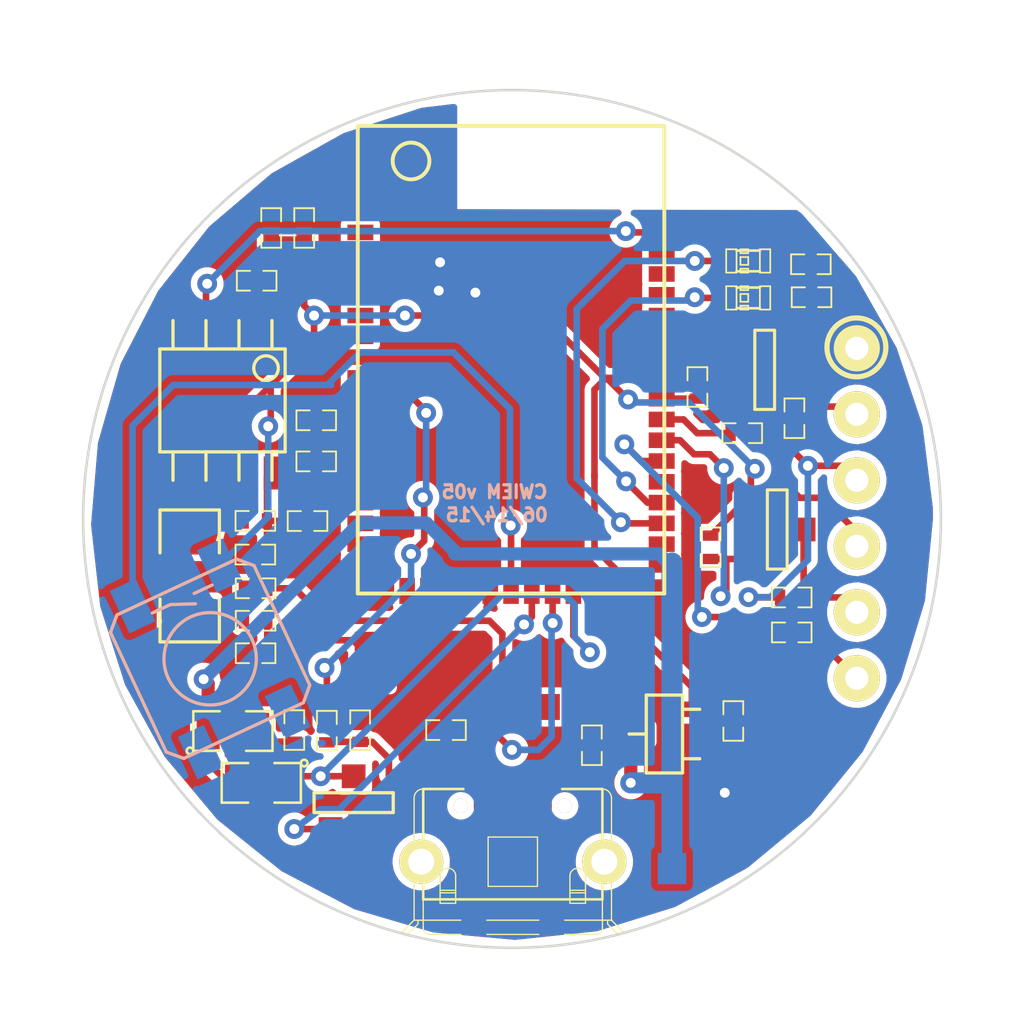
<source format=kicad_pcb>
(kicad_pcb (version 3) (host pcbnew "(2013-07-07 BZR 4022)-stable")
  (layers (15 F.Cu signal) (0 B.Cu signal) (19 F.Paste user) (20 B.SilkS user) (21 F.SilkS user) (22 B.Mask user) (23 F.Mask user) (28 Edge.Cuts user))
  (net 0 "")
  (net 1 3.3V)
  (net 2 5V_FTDI)
  (net 3 5V_USB)
  (net 4 AIO_1)
  (net 5 CHG_EXT)
  (net 6 CTS)
  (net 7 GND)
  (net 8 N-000001)
  (net 9 N-000002)
  (net 10 N-0000048)
  (net 11 N-0000049)
  (net 12 N-000005)
  (net 13 N-0000050)
  (net 14 N-0000051)
  (net 15 N-0000052)
  (net 16 N-0000053)
  (net 17 N-0000054)
  (net 18 N-0000055)
  (net 19 N-0000056)
  (net 20 N-0000057)
  (net 21 N-0000058)
  (net 22 N-000006)
  (net 23 N-0000065)
  (net 24 PIO3)
  (net 25 RTS)
  (net 26 RX)
  (net 27 SPKR_LP)
  (net 28 SPKR_RP)
  (net 29 TX)
  (net 30 VBAT)
  (net 31 VBAT_SENSE)
  (net 32 VREGEN)
  (module SOT23EBC (layer F.Cu) (at 192.024 143.002 180)
    (fp_text reference Q3 hide)
    (fp_text value PNP hide)
    (pad 1 smd rect (at -0.889 -1.016 180) (size 0.9144 0.9144) (layers F.Cu F.Paste F.Mask) (net 3 5V_USB))
    (pad 2 smd rect (at 0.889 -1.016 180) (size 0.9144 0.9144) (layers F.Cu F.Paste F.Mask) (net 5 CHG_EXT))
    (pad 3 smd rect (at 0 1.016 180) (size 0.9144 0.9144) (layers F.Cu F.Paste F.Mask) (net 31 VBAT_SENSE))
  )
  (module SM0805 (layer F.Cu) (at 188.468 142.24 180)
    (fp_text reference R28 hide)
    (fp_text value 2 hide)
    (pad 1 smd rect (at -0.9525 0 180) (size 0.889 1.397) (layers F.Cu F.Paste F.Mask) (net 31 VBAT_SENSE))
    (pad 2 smd rect (at 0.9525 0 180) (size 0.889 1.397) (layers F.Cu F.Paste F.Mask) (net 30 VBAT))
  )
  (module SM0805 (layer F.Cu) (at 187.3758 140.2461)
    (fp_text reference R29 hide)
    (fp_text value 0.15 hide)
    (pad 1 smd rect (at -0.9525 0) (size 0.889 1.397) (layers F.Cu F.Paste F.Mask) (net 30 VBAT))
    (pad 2 smd rect (at 0.9525 0) (size 0.889 1.397) (layers F.Cu F.Paste F.Mask) (net 23 N-0000065))
  )
  (module SM0402_r (layer F.Cu) (at 188.25 136 180)
    (fp_text reference R1 hide)
    (fp_text value 20 hide)
    (pad 1 smd rect (at -0.44958 0 180) (size 0.39878 0.59944) (layers F.Cu F.Paste F.Mask) (net 16 N-0000053))
    (pad 2 smd rect (at 0.44958 0 180) (size 0.39878 0.59944) (layers F.Cu F.Paste F.Mask) (net 15 N-0000052))
  )
  (module SM0402_r (layer F.Cu) (at 190.99276 140.23086 270)
    (fp_text reference R27 hide)
    (fp_text value 10k hide)
    (pad 1 smd rect (at -0.44958 0 270) (size 0.39878 0.59944) (layers F.Cu F.Paste F.Mask) (net 4 AIO_1))
    (pad 2 smd rect (at 0.44958 0 270) (size 0.39878 0.59944) (layers F.Cu F.Paste F.Mask) (net 3 5V_USB))
  )
  (module SM0402_r (layer F.Cu) (at 209.6262 122.2756)
    (fp_text reference R4 hide)
    (fp_text value 240 hide)
    (pad 1 smd rect (at -0.44958 0) (size 0.39878 0.59944) (layers F.Cu F.Paste F.Mask) (net 22 N-000006))
    (pad 2 smd rect (at 0.44958 0) (size 0.39878 0.59944) (layers F.Cu F.Paste F.Mask) (net 1 3.3V))
  )
  (module SM0402_r (layer F.Cu) (at 209.6516 123.5456)
    (fp_text reference R3 hide)
    (fp_text value 240 hide)
    (pad 1 smd rect (at -0.44958 0) (size 0.39878 0.59944) (layers F.Cu F.Paste F.Mask) (net 12 N-000005))
    (pad 2 smd rect (at 0.44958 0) (size 0.39878 0.59944) (layers F.Cu F.Paste F.Mask) (net 1 3.3V))
  )
  (module SM0402_c (layer F.Cu) (at 192.27292 140.21308 90)
    (fp_text reference C19 hide)
    (fp_text value 0.1uF hide)
    (pad 1 smd rect (at -0.44958 0 90) (size 0.39878 0.59944) (layers F.Cu F.Paste F.Mask) (net 3 5V_USB))
    (pad 2 smd rect (at 0.44958 0 90) (size 0.39878 0.59944) (layers F.Cu F.Paste F.Mask) (net 7 GND))
  )
  (module SM0402_c (layer F.Cu) (at 189.738 140.208 90)
    (fp_text reference C20 hide)
    (fp_text value 4.7uF hide)
    (pad 1 smd rect (at -0.44958 0 90) (size 0.39878 0.59944) (layers F.Cu F.Paste F.Mask) (net 23 N-0000065))
    (pad 2 smd rect (at 0.44958 0 90) (size 0.39878 0.59944) (layers F.Cu F.Paste F.Mask) (net 7 GND))
  )
  (module SM0402_c (layer F.Cu) (at 188.25 134.75)
    (fp_text reference C6 hide)
    (fp_text value 1.5uF hide)
    (pad 1 smd rect (at -0.44958 0) (size 0.39878 0.59944) (layers F.Cu F.Paste F.Mask) (net 15 N-0000052))
    (pad 2 smd rect (at 0.44958 0) (size 0.39878 0.59944) (layers F.Cu F.Paste F.Mask) (net 14 N-0000051))
  )
  (module SM0402_c (layer F.Cu) (at 206.63916 139.85748 270)
    (fp_text reference C9 hide)
    (fp_text value "1 uF" hide)
    (pad 1 smd rect (at -0.44958 0 270) (size 0.39878 0.59944) (layers F.Cu F.Paste F.Mask) (net 1 3.3V))
    (pad 2 smd rect (at 0.44958 0 270) (size 0.39878 0.59944) (layers F.Cu F.Paste F.Mask) (net 7 GND))
  )
  (module LED-0603 (layer F.Cu) (at 207.2132 123.571 180)
    (fp_text reference D2 hide)
    (fp_text value LED hide)
    (pad 1 smd rect (at -0.7493 0 180) (size 0.79756 0.79756) (layers F.Cu F.Paste F.Mask) (net 12 N-000005))
    (pad 2 smd rect (at 0.7493 0 180) (size 0.79756 0.79756) (layers F.Cu F.Paste F.Mask) (net 9 N-000002))
  )
  (module LED-0603 (layer F.Cu) (at 207.2132 122.1486 180)
    (fp_text reference D3 hide)
    (fp_text value LED hide)
    (pad 1 smd rect (at -0.7493 0 180) (size 0.79756 0.79756) (layers F.Cu F.Paste F.Mask) (net 22 N-000006))
    (pad 2 smd rect (at 0.7493 0 180) (size 0.79756 0.79756) (layers F.Cu F.Paste F.Mask) (net 8 N-000001))
  )
  (module BC127 (layer F.Cu) (at 192.28308 117.85092)
    (fp_text reference U1 hide)
    (fp_text value BC127 hide)
    (pad 1 smd rect (at 0 0) (size 1 0.6) (layers F.Cu F.Paste F.Mask) (net 7 GND) (clearance 0.05))
    (pad 2 smd rect (at 0 0.8) (size 1 0.6) (layers F.Cu F.Paste F.Mask) (net 7 GND) (clearance 0.05))
    (pad 3 smd rect (at 0 1.6) (size 1 0.6) (layers F.Cu F.Paste F.Mask) (net 7 GND) (clearance 0.05))
    (pad 4 smd rect (at 0 2.4) (size 1 0.6) (layers F.Cu F.Paste F.Mask) (net 7 GND) (clearance 0.05))
    (pad 5 smd rect (at 0 3.2) (size 1 0.6) (layers F.Cu F.Paste F.Mask) (clearance 0.05))
    (pad 6 smd rect (at 0 4) (size 1 0.6) (layers F.Cu F.Paste F.Mask) (clearance 0.05))
    (pad 7 smd rect (at 0 4.8) (size 1 0.6) (layers F.Cu F.Paste F.Mask) (clearance 0.05))
    (pad 8 smd rect (at 0 5.6) (size 1 0.6) (layers F.Cu F.Paste F.Mask) (clearance 0.05))
    (pad 9 smd rect (at 0 6.4) (size 1 0.6) (layers F.Cu F.Paste F.Mask) (clearance 0.05))
    (pad 10 smd rect (at 0 7.2) (size 1 0.6) (layers F.Cu F.Paste F.Mask) (clearance 0.05))
    (pad 11 smd rect (at 0 8) (size 1 0.6) (layers F.Cu F.Paste F.Mask) (net 7 GND) (clearance 0.05))
    (pad 12 smd rect (at 0 8.8) (size 1 0.6) (layers F.Cu F.Paste F.Mask) (net 4 AIO_1) (clearance 0.05))
    (pad 13 smd rect (at 0 9.6) (size 1 0.6) (layers F.Cu F.Paste F.Mask) (clearance 0.05))
    (pad 14 smd rect (at 0 10.4) (size 1 0.6) (layers F.Cu F.Paste F.Mask) (net 27 SPKR_LP) (clearance 0.05))
    (pad 15 smd rect (at 0 11.2) (size 1 0.6) (layers F.Cu F.Paste F.Mask) (clearance 0.05))
    (pad 16 smd rect (at 0 12) (size 1 0.6) (layers F.Cu F.Paste F.Mask) (net 28 SPKR_RP) (clearance 0.05))
    (pad 17 smd rect (at 0 12.8) (size 1 0.6) (layers F.Cu F.Paste F.Mask) (clearance 0.05))
    (pad 18 smd rect (at 0 13.6) (size 1 0.6) (layers F.Cu F.Paste F.Mask) (clearance 0.05))
    (pad 19 smd rect (at 0 14.4) (size 1 0.6) (layers F.Cu F.Paste F.Mask) (clearance 0.05))
    (pad 20 smd rect (at 0 15.2) (size 1 0.6) (layers F.Cu F.Paste F.Mask) (clearance 0.05))
    (pad 21 smd rect (at 0 16) (size 1 0.6) (layers F.Cu F.Paste F.Mask) (clearance 0.05))
    (pad 22 smd rect (at 1 17 90) (size 1 0.6) (layers F.Cu F.Paste F.Mask) (net 7 GND) (clearance 0.05))
    (pad 23 smd rect (at 1.8 17 90) (size 1 0.6) (layers F.Cu F.Paste F.Mask) (clearance 0.05))
    (pad 24 smd rect (at 2.6 17 90) (size 1 0.6) (layers F.Cu F.Paste F.Mask) (clearance 0.05))
    (pad 25 smd rect (at 3.4 17 90) (size 1 0.6) (layers F.Cu F.Paste F.Mask))
    (pad 26 smd rect (at 4.2 17 90) (size 1 0.6) (layers F.Cu F.Paste F.Mask))
    (pad 27 smd rect (at 5 17 90) (size 1 0.6) (layers F.Cu F.Paste F.Mask) (net 7 GND))
    (pad 28 smd rect (at 5.8 17 90) (size 1 0.6) (layers F.Cu F.Paste F.Mask) (net 32 VREGEN))
    (pad 29 smd rect (at 6.6 17 90) (size 1 0.6) (layers F.Cu F.Paste F.Mask) (net 5 CHG_EXT))
    (pad 30 smd rect (at 7.4 17 90) (size 1 0.6) (layers F.Cu F.Paste F.Mask) (net 3 5V_USB))
    (pad 31 smd rect (at 8.2 17 90) (size 1 0.6) (layers F.Cu F.Paste F.Mask) (net 31 VBAT_SENSE))
    (pad 32 smd rect (at 9 17 90) (size 1 0.6) (layers F.Cu F.Paste F.Mask) (net 30 VBAT))
    (pad 33 smd rect (at 9.8 17 90) (size 1 0.6) (layers F.Cu F.Paste F.Mask) (net 1 3.3V))
    (pad 34 smd rect (at 10.6 17 90) (size 1 0.6) (layers F.Cu F.Paste F.Mask))
    (pad 35 smd rect (at 11.6 16) (size 1 0.6) (layers F.Cu F.Paste F.Mask))
    (pad 36 smd rect (at 11.6 15.2) (size 1 0.6) (layers F.Cu F.Paste F.Mask))
    (pad 37 smd rect (at 11.6 14.4) (size 1 0.6) (layers F.Cu F.Paste F.Mask) (net 8 N-000001))
    (pad 38 smd rect (at 11.6 13.6) (size 1 0.6) (layers F.Cu F.Paste F.Mask) (net 9 N-000002))
    (pad 39 smd rect (at 11.6 12.8) (size 1 0.6) (layers F.Cu F.Paste F.Mask))
    (pad 40 smd rect (at 11.6 12) (size 1 0.6) (layers F.Cu F.Paste F.Mask) (net 6 CTS))
    (pad 41 smd rect (at 11.6 11.2) (size 1 0.6) (layers F.Cu F.Paste F.Mask) (net 29 TX))
    (pad 42 smd rect (at 11.6 10.4) (size 1 0.6) (layers F.Cu F.Paste F.Mask) (net 26 RX))
    (pad 43 smd rect (at 11.6 9.6) (size 1 0.6) (layers F.Cu F.Paste F.Mask) (net 25 RTS))
    (pad 44 smd rect (at 11.6 8.8) (size 1 0.6) (layers F.Cu F.Paste F.Mask) (net 1 3.3V))
    (pad 45 smd rect (at 11.6 8) (size 1 0.6) (layers F.Cu F.Paste F.Mask))
    (pad 46 smd rect (at 11.6 7.2) (size 1 0.6) (layers F.Cu F.Paste F.Mask))
    (pad 47 smd rect (at 11.6 6.4) (size 1 0.6) (layers F.Cu F.Paste F.Mask))
    (pad 48 smd rect (at 11.6 5.6) (size 1 0.6) (layers F.Cu F.Paste F.Mask))
    (pad 49 smd rect (at 11.6 4.8) (size 1 0.6) (layers F.Cu F.Paste F.Mask))
    (pad 50 smd rect (at 11.6 4) (size 1 0.6) (layers F.Cu F.Paste F.Mask))
    (pad 51 smd rect (at 11.6 3.2) (size 1 0.6) (layers F.Cu F.Paste F.Mask) (net 24 PIO3))
  )
  (module "BA Driver Pad" (layer B.Cu) (at 204.2795 145.542)
    (fp_text reference P1 hide)
    (fp_text value CONN_1 hide)
    (pad 1 smd rect (at 0 0) (size 1.1 1.2) (layers B.Cu B.Mask) (net 30 VBAT) (clearance 0.05))
  )
  (module "BA Driver Pad" (layer B.Cu) (at 206.3115 144.4625)
    (fp_text reference P2 hide)
    (fp_text value CONN_1 hide)
    (pad 1 smd rect (at 0 0) (size 1.1 1.2) (layers B.Cu B.Mask) (net 7 GND) (clearance 0.05))
  )
  (module AB2_USB_MICRO_SMD (layer F.Cu) (at 198.15048 148.02612)
    (fp_text reference J1 hide)
    (fp_text value USB hide)
    (pad 1 smd rect (at -1.3 -5.425) (size 0.4 1.35) (layers F.Cu F.Paste F.Mask) (net 3 5V_USB))
    (pad 2 smd rect (at -0.65 -5.425) (size 0.4 1.35) (layers F.Cu F.Paste F.Mask))
    (pad 3 smd rect (at 0 -5.425) (size 0.4 1.35) (layers F.Cu F.Paste F.Mask))
    (pad 4 smd rect (at 0.65 -5.425) (size 0.4 1.35) (layers F.Cu F.Paste F.Mask))
    (pad 5 smd rect (at 1.3 -5.425) (size 0.4 1.35) (layers F.Cu F.Paste F.Mask) (net 7 GND))
    (pad 6 thru_hole circle (at -3.525 -2.75) (size 1.7 1.7) (drill 1) (layers *.Cu *.Mask F.SilkS))
    (pad 6 thru_hole circle (at 3.525 -2.75) (size 1.7 1.7) (drill 1) (layers *.Cu *.Mask F.SilkS))
    (pad "" thru_hole circle (at -2 -4.9) (size 0.55 0.55) (drill 0.55) (layers *.Cu *.Mask F.SilkS))
    (pad "" thru_hole circle (at 1.99898 -4.9) (size 0.55 0.55) (drill 0.55) (layers *.Cu *.Mask F.SilkS))
  )
  (module wbfk_pad (layer F.Cu) (at 199.2122 139.319 90)
    (fp_text reference P3 hide)
    (fp_text value CONN_1 hide)
    (pad 1 smd rect (at 0 0 90) (size 1 1.5) (layers F.Cu F.Paste F.Mask) (net 14 N-0000051) (clearance 0.05))
  )
  (module wbfk_pad (layer F.Cu) (at 199.2122 137.414 90)
    (fp_text reference P4 hide)
    (fp_text value CONN_1 hide)
    (pad 1 smd rect (at 0 0 90) (size 1 1.5) (layers F.Cu F.Paste F.Mask) (net 7 GND) (clearance 0.05))
  )
  (module SM0402_c (layer F.Cu) (at 188.25 137.25 180)
    (fp_text reference C7 hide)
    (fp_text value 3.3uF hide)
    (pad 1 smd rect (at -0.44958 0 180) (size 0.39878 0.59944) (layers F.Cu F.Paste F.Mask) (net 16 N-0000053))
    (pad 2 smd rect (at 0.44958 0 180) (size 0.39878 0.59944) (layers F.Cu F.Paste F.Mask) (net 7 GND))
  )
  (module SM0402_c (layer F.Cu) (at 201.1934 140.7922 270)
    (fp_text reference C8 hide)
    (fp_text value "1 uF" hide)
    (pad 1 smd rect (at -0.44958 0 270) (size 0.39878 0.59944) (layers F.Cu F.Paste F.Mask) (net 30 VBAT))
    (pad 2 smd rect (at 0.44958 0 270) (size 0.39878 0.59944) (layers F.Cu F.Paste F.Mask) (net 7 GND))
  )
  (module ci_pad (layer F.Cu) (at 192.75 137.5)
    (fp_text reference P5 hide)
    (fp_text value CONN_1 hide)
    (pad 1 smd rect (at 0 0) (size 1.37 2.15) (layers F.Cu F.Paste F.Mask) (net 16 N-0000053) (clearance 0.05))
  )
  (module ci_pad (layer F.Cu) (at 196.25 137.5)
    (fp_text reference P6 hide)
    (fp_text value CONN_1 hide)
    (pad 1 smd rect (at 0 0) (size 1.37 2.15) (layers F.Cu F.Paste F.Mask) (net 7 GND) (clearance 0.05))
  )
  (module sot23 (layer F.Cu) (at 203.9874 140.3604 90)
    (fp_text reference U3 hide)
    (fp_text value MCP1702 hide)
    (pad 1 smd rect (at -0.9525 1.05664 90) (size 0.59944 1.00076) (layers F.Cu F.Paste F.Mask) (net 7 GND))
    (pad 2 smd rect (at 0 -1.05664 90) (size 0.59944 1.00076) (layers F.Cu F.Paste F.Mask) (net 30 VBAT))
    (pad 3 smd rect (at 0.9525 1.05664 90) (size 0.59944 1.00076) (layers F.Cu F.Paste F.Mask) (net 1 3.3V))
  )
  (module SM0402_c (layer F.Cu) (at 188.849 120.8786 90)
    (fp_text reference C3 hide)
    (fp_text value 0.1uF hide)
    (pad 1 smd rect (at -0.44958 0 90) (size 0.39878 0.59944) (layers F.Cu F.Paste F.Mask) (net 1 3.3V))
    (pad 2 smd rect (at 0.44958 0 90) (size 0.39878 0.59944) (layers F.Cu F.Paste F.Mask) (net 7 GND))
  )
  (module SM0402_c (layer F.Cu) (at 188.2902 122.9106 180)
    (fp_text reference C1 hide)
    (fp_text value 1uF hide)
    (pad 1 smd rect (at -0.44958 0 180) (size 0.39878 0.59944) (layers F.Cu F.Paste F.Mask) (net 10 N-0000048))
    (pad 2 smd rect (at 0.44958 0 180) (size 0.39878 0.59944) (layers F.Cu F.Paste F.Mask) (net 7 GND))
  )
  (module SM0402_c (layer F.Cu) (at 190.119 120.8786 90)
    (fp_text reference C2 hide)
    (fp_text value 10uF hide)
    (pad 1 smd rect (at -0.44958 0 90) (size 0.39878 0.59944) (layers F.Cu F.Paste F.Mask) (net 1 3.3V))
    (pad 2 smd rect (at 0.44958 0 90) (size 0.39878 0.59944) (layers F.Cu F.Paste F.Mask) (net 7 GND))
  )
  (module SOT23GDS (layer F.Cu) (at 208.3308 132.4864 90)
    (fp_text reference Q1 hide)
    (fp_text value MOSFET_N hide)
    (pad S smd rect (at -0.889 -1.016 90) (size 0.9144 0.9144) (layers F.Cu F.Paste F.Mask) (net 29 TX))
    (pad G smd rect (at 0.889 -1.016 90) (size 0.9144 0.9144) (layers F.Cu F.Paste F.Mask) (net 1 3.3V))
    (pad D smd rect (at 0 1.016 90) (size 0.9144 0.9144) (layers F.Cu F.Paste F.Mask) (net 21 N-0000058))
  )
  (module SOT23GDS (layer F.Cu) (at 207.8482 126.3396 90)
    (fp_text reference Q2 hide)
    (fp_text value MOSFET_N hide)
    (pad S smd rect (at -0.889 -1.016 90) (size 0.9144 0.9144) (layers F.Cu F.Paste F.Mask) (net 25 RTS))
    (pad G smd rect (at 0.889 -1.016 90) (size 0.9144 0.9144) (layers F.Cu F.Paste F.Mask) (net 1 3.3V))
    (pad D smd rect (at 0 1.016 90) (size 0.9144 0.9144) (layers F.Cu F.Paste F.Mask) (net 19 N-0000056))
  )
  (module SM0402_r (layer F.Cu) (at 208.8896 136.4488)
    (fp_text reference R7 hide)
    (fp_text value 10k hide)
    (pad 1 smd rect (at -0.44958 0) (size 0.39878 0.59944) (layers F.Cu F.Paste F.Mask) (net 6 CTS))
    (pad 2 smd rect (at 0.44958 0) (size 0.39878 0.59944) (layers F.Cu F.Paste F.Mask) (net 20 N-0000057))
  )
  (module SM0402_r (layer F.Cu) (at 188.2394 133.4516 180)
    (fp_text reference R11 hide)
    (fp_text value 39k hide)
    (pad 1 smd rect (at -0.44958 0 180) (size 0.39878 0.59944) (layers F.Cu F.Paste F.Mask) (net 11 N-0000049))
    (pad 2 smd rect (at 0.44958 0 180) (size 0.39878 0.59944) (layers F.Cu F.Paste F.Mask) (net 7 GND))
  )
  (module SM0402_r (layer F.Cu) (at 190.24854 132.16128)
    (fp_text reference R12 hide)
    (fp_text value 8.2k hide)
    (pad 1 smd rect (at -0.44958 0) (size 0.39878 0.59944) (layers F.Cu F.Paste F.Mask) (net 11 N-0000049))
    (pad 2 smd rect (at 0.44958 0) (size 0.39878 0.59944) (layers F.Cu F.Paste F.Mask) (net 17 N-0000054))
  )
  (module SM0402_r (layer F.Cu) (at 188.2394 132.1562 180)
    (fp_text reference R10 hide)
    (fp_text value 39k hide)
    (pad 1 smd rect (at -0.44958 0 180) (size 0.39878 0.59944) (layers F.Cu F.Paste F.Mask) (net 11 N-0000049))
    (pad 2 smd rect (at 0.44958 0 180) (size 0.39878 0.59944) (layers F.Cu F.Paste F.Mask) (net 13 N-0000050))
  )
  (module SM0402_r (layer F.Cu) (at 205.7654 133.1722 270)
    (fp_text reference R2 hide)
    (fp_text value 10k hide)
    (pad 1 smd rect (at -0.44958 0 270) (size 0.39878 0.59944) (layers F.Cu F.Paste F.Mask) (net 1 3.3V))
    (pad 2 smd rect (at 0.44958 0 270) (size 0.39878 0.59944) (layers F.Cu F.Paste F.Mask) (net 29 TX))
  )
  (module SM0402_r (layer F.Cu) (at 205.2574 127 270)
    (fp_text reference R5 hide)
    (fp_text value 10k hide)
    (pad 1 smd rect (at -0.44958 0 270) (size 0.39878 0.59944) (layers F.Cu F.Paste F.Mask) (net 1 3.3V))
    (pad 2 smd rect (at 0.44958 0 270) (size 0.39878 0.59944) (layers F.Cu F.Paste F.Mask) (net 25 RTS))
  )
  (module SM0402_r (layer F.Cu) (at 208.8896 135.1026)
    (fp_text reference R8 hide)
    (fp_text value 10k hide)
    (pad 1 smd rect (at -0.44958 0) (size 0.39878 0.59944) (layers F.Cu F.Paste F.Mask) (net 2 5V_FTDI))
    (pad 2 smd rect (at 0.44958 0) (size 0.39878 0.59944) (layers F.Cu F.Paste F.Mask) (net 21 N-0000058))
  )
  (module SM0402_r (layer F.Cu) (at 208.9912 128.20396 90)
    (fp_text reference R9 hide)
    (fp_text value 10k hide)
    (pad 1 smd rect (at -0.44958 0 90) (size 0.39878 0.59944) (layers F.Cu F.Paste F.Mask) (net 2 5V_FTDI))
    (pad 2 smd rect (at 0.44958 0 90) (size 0.39878 0.59944) (layers F.Cu F.Paste F.Mask) (net 19 N-0000056))
  )
  (module SM0402_r (layer F.Cu) (at 206.9846 128.778)
    (fp_text reference R6 hide)
    (fp_text value 10k hide)
    (pad 1 smd rect (at -0.44958 0) (size 0.39878 0.59944) (layers F.Cu F.Paste F.Mask) (net 26 RX))
    (pad 2 smd rect (at 0.44958 0) (size 0.39878 0.59944) (layers F.Cu F.Paste F.Mask) (net 18 N-0000055))
  )
  (module SM0402_c (layer F.Cu) (at 190.58382 128.2827)
    (fp_text reference C_LP1 hide)
    (fp_text value 10uF hide)
    (pad 1 smd rect (at -0.44958 0) (size 0.39878 0.59944) (layers F.Cu F.Paste F.Mask) (net 17 N-0000054))
    (pad 2 smd rect (at 0.44958 0) (size 0.39878 0.59944) (layers F.Cu F.Paste F.Mask) (net 27 SPKR_LP))
  )
  (module SM0402_c (layer F.Cu) (at 190.58382 129.86512)
    (fp_text reference C_RP1 hide)
    (fp_text value 10uF hide)
    (pad 1 smd rect (at -0.44958 0) (size 0.39878 0.59944) (layers F.Cu F.Paste F.Mask) (net 17 N-0000054))
    (pad 2 smd rect (at 0.44958 0) (size 0.39878 0.59944) (layers F.Cu F.Paste F.Mask) (net 28 SPKR_RP))
  )
  (module AB2_PB_MOM_5.2MM_SMD (layer B.Cu) (at 186.4995 137.4648 295)
    (fp_text reference SW1 hide)
    (fp_text value SW_PUSH_SMALL hide)
    (pad 1 smd rect (at -3.1 1.85 295) (size 1.8 1.1) (layers B.Cu B.Mask) (net 32 VREGEN))
    (pad 1 smd rect (at 3.1 1.85 295) (size 1.8 1.1) (layers B.Cu B.Mask) (net 32 VREGEN))
    (pad 2 smd rect (at -3.1 -1.85 295) (size 1.8 1.1) (layers B.Cu B.Mask) (net 1 3.3V))
    (pad 2 smd rect (at 3.1 -1.85 295) (size 1.8 1.1) (layers B.Cu B.Mask) (net 1 3.3V))
  )
  (module SM0402_c (layer F.Cu) (at 195.58 140.208 180)
    (fp_text reference C18 hide)
    (fp_text value 10uF hide)
    (pad 1 smd rect (at -0.44958 0 180) (size 0.39878 0.59944) (layers F.Cu F.Paste F.Mask) (net 3 5V_USB))
    (pad 2 smd rect (at 0.44958 0 180) (size 0.39878 0.59944) (layers F.Cu F.Paste F.Mask) (net 7 GND))
  )
  (module so-8 (layer F.Cu) (at 186.97448 127.51816 180)
    (fp_text reference U2 hide)
    (fp_text value TPA6100A2D hide)
    (pad 1 smd rect (at -1.905 2.794 180) (size 0.635 1.27) (layers F.Cu F.Paste F.Mask) (net 10 N-0000048))
    (pad 2 smd rect (at -0.635 2.794 180) (size 0.635 1.27) (layers F.Cu F.Paste F.Mask) (net 7 GND))
    (pad 3 smd rect (at 0.635 2.794 180) (size 0.635 1.27) (layers F.Cu F.Paste F.Mask) (net 24 PIO3))
    (pad 4 smd rect (at 1.905 2.794 180) (size 0.635 1.27) (layers F.Cu F.Paste F.Mask))
    (pad 5 smd rect (at 1.905 -2.794 180) (size 0.635 1.27) (layers F.Cu F.Paste F.Mask))
    (pad 6 smd rect (at 0.635 -2.794 180) (size 0.635 1.27) (layers F.Cu F.Paste F.Mask) (net 1 3.3V))
    (pad 7 smd rect (at -0.635 -2.794 180) (size 0.635 1.27) (layers F.Cu F.Paste F.Mask) (net 13 N-0000050))
    (pad 8 smd rect (at -1.905 -2.794 180) (size 0.635 1.27) (layers F.Cu F.Paste F.Mask) (net 11 N-0000049))
  )
  (module 1pin_CWIEM (layer F.Cu) (at 211.39404 125.25756)
    (fp_text reference GND1 hide)
    (fp_text value CONN_1 hide)
    (pad 1 thru_hole circle (at 0 0.254) (size 1.778 1.778) (drill 0.889) (layers *.Cu *.Mask F.SilkS) (net 7 GND) (clearance 0.0762))
  )
  (module 1pin_CWIEM (layer F.Cu) (at 211.39404 127.79756)
    (fp_text reference CTS1 hide)
    (fp_text value CONN_1 hide)
    (pad 1 thru_hole circle (at 0 0.254) (size 1.778 1.778) (drill 0.889) (layers *.Cu *.Mask F.SilkS) (net 19 N-0000056) (clearance 0.0762))
  )
  (module 1pin_CWIEM (layer F.Cu) (at 211.39404 130.33756)
    (fp_text reference VCC1 hide)
    (fp_text value CONN_1 hide)
    (pad 1 thru_hole circle (at 0 0.254) (size 1.778 1.778) (drill 0.889) (layers *.Cu *.Mask F.SilkS) (net 2 5V_FTDI) (clearance 0.0762))
  )
  (module 1pin_CWIEM (layer F.Cu) (at 211.39404 132.87756)
    (fp_text reference RXI1 hide)
    (fp_text value CONN_1 hide)
    (pad 1 thru_hole circle (at 0 0.254) (size 1.778 1.778) (drill 0.889) (layers *.Cu *.Mask F.SilkS) (net 18 N-0000055) (clearance 0.0762))
  )
  (module 1pin_CWIEM (layer F.Cu) (at 211.39404 135.41756)
    (fp_text reference TXO1 hide)
    (fp_text value CONN_1 hide)
    (pad 1 thru_hole circle (at 0 0.254) (size 1.778 1.778) (drill 0.889) (layers *.Cu *.Mask F.SilkS) (net 21 N-0000058) (clearance 0.0762))
  )
  (module 1pin_CWIEM (layer F.Cu) (at 211.39404 137.95248)
    (fp_text reference DTR1 hide)
    (fp_text value CONN_1 hide)
    (pad 1 thru_hole circle (at 0 0.25908) (size 1.778 1.778) (drill 0.889) (layers *.Cu *.Mask F.SilkS) (net 20 N-0000057) (clearance 0.0762))
  )
  (module SM1206 (layer F.Cu) (at 185.7121 134.27456 270)
    (fp_text reference C4 hide)
    (fp_text value 220uF hide)
    (pad 1 smd rect (at -1.651 0 270) (size 1.524 2.032) (layers F.Cu F.Paste F.Mask) (net 13 N-0000050))
    (pad 2 smd rect (at 1.651 0 270) (size 1.524 2.032) (layers F.Cu F.Paste F.Mask) (net 15 N-0000052))
  )
  (gr_circle (center 211.3788 125.476) (end 212.4456 125.857) (layer F.SilkS) (width 0.2))
  (gr_text 06/14/15 (at 197.5358 131.9276) (layer B.SilkS) (effects (font (size 0.5 0.5) (thickness 0.125)) (justify mirror)))
  (gr_text "CWIEM v05" (at 197.4469 131.0386) (layer B.SilkS) (effects (font (size 0.5 0.5) (thickness 0.125)) (justify mirror)))
  (gr_circle (center 198.12 132.08) (end 214.63 132.08) (layer Edge.Cuts) (width 0.1))
  (segment (start 190.754 140.716) (end 190.8302 140.716) (width 0.254) (layer B.Cu) (net 0))
  (segment (start 188.7347 131.8641) (end 188.7347 132.004755) (width 0.254) (layer B.Cu) (net 1))
  (segment (start 188.7347 132.004755) (end 186.866053 133.873402) (width 0.254) (layer B.Cu) (net 1))
  (segment (start 188.7347 128.51384) (end 188.7347 131.8641) (width 0.254) (layer B.Cu) (net 1))
  (segment (start 188.7347 131.8641) (end 188.7347 131.928555) (width 0.254) (layer B.Cu) (net 1))
  (via (at 188.7347 128.51384) (size 0.762) (layers F.Cu B.Cu) (net 1))
  (segment (start 188.83249 128.41605) (end 188.7347 128.51384) (width 0.254) (layer F.Cu) (net 1))
  (segment (start 188.83249 126.94031) (end 188.83249 128.41605) (width 0.254) (layer F.Cu) (net 1))
  (segment (start 205.04404 139.4079) (end 205.04404 138.54684) (width 0.254) (layer F.Cu) (net 1))
  (segment (start 202.08308 135.58588) (end 202.08308 134.85092) (width 0.254) (layer F.Cu) (net 1))
  (segment (start 205.04404 138.54684) (end 202.08308 135.58588) (width 0.254) (layer F.Cu) (net 1))
  (segment (start 202.08308 134.85092) (end 202.08308 133.98568) (width 0.254) (layer F.Cu) (net 1))
  (segment (start 201.295 133.1976) (end 201.295 130.4544) (width 0.254) (layer F.Cu) (net 1))
  (segment (start 202.08308 133.98568) (end 201.295 133.1976) (width 0.254) (layer F.Cu) (net 1))
  (segment (start 188.849 121.32818) (end 190.119 121.32818) (width 0.254) (layer F.Cu) (net 1))
  (segment (start 190.119 121.32818) (end 190.119 123.869) (width 0.254) (layer F.Cu) (net 1))
  (segment (start 190.119 123.869) (end 190.5 124.25) (width 0.254) (layer F.Cu) (net 1))
  (segment (start 210.10118 123.5456) (end 210.10118 124.39142) (width 0.254) (layer F.Cu) (net 1))
  (segment (start 207.3402 124.9426) (end 206.8322 125.4506) (width 0.254) (layer F.Cu) (net 1))
  (segment (start 209.55 124.9426) (end 207.3402 124.9426) (width 0.254) (layer F.Cu) (net 1))
  (segment (start 210.10118 124.39142) (end 209.55 124.9426) (width 0.254) (layer F.Cu) (net 1))
  (segment (start 210.07578 122.2756) (end 210.07578 123.5202) (width 0.254) (layer F.Cu) (net 1))
  (segment (start 210.07578 123.5202) (end 210.10118 123.5456) (width 0.254) (layer F.Cu) (net 1))
  (segment (start 201.74568 126.65092) (end 201.68252 126.65092) (width 0.254) (layer F.Cu) (net 1))
  (segment (start 190.5 125.2728) (end 188.83249 126.94031) (width 0.254) (layer F.Cu) (net 1))
  (via (at 190.5 124.25) (size 0.762) (layers F.Cu B.Cu) (net 1))
  (segment (start 194 124.25) (end 190.5 124.25) (width 0.254) (layer B.Cu) (net 1))
  (via (at 194 124.25) (size 0.762) (layers F.Cu B.Cu) (net 1))
  (segment (start 196.1642 124.25) (end 194 124.25) (width 0.254) (layer F.Cu) (net 1))
  (segment (start 190.5 124.25) (end 190.5 125.2728) (width 0.254) (layer F.Cu) (net 1))
  (segment (start 196.977 124.2568) (end 196.1642 124.2568) (width 0.254) (layer F.Cu) (net 1))
  (segment (start 196.1642 124.2568) (end 196.1642 124.25) (width 0.254) (layer F.Cu) (net 1))
  (segment (start 199.2884 124.2568) (end 196.977 124.2568) (width 0.254) (layer F.Cu) (net 1))
  (segment (start 201.68252 126.65092) (end 199.2884 124.2568) (width 0.254) (layer F.Cu) (net 1))
  (segment (start 201.295 130.4544) (end 201.295 127.1016) (width 0.254) (layer F.Cu) (net 1))
  (segment (start 201.295 127.1016) (end 201.74568 126.65092) (width 0.254) (layer F.Cu) (net 1))
  (segment (start 204.9145 127.5969) (end 202.7047 127.5969) (width 0.254) (layer B.Cu) (net 1))
  (segment (start 202.7047 127.5969) (end 202.5904 127.4826) (width 0.254) (layer B.Cu) (net 1))
  (via (at 202.5904 127.4826) (size 0.762) (layers F.Cu B.Cu) (net 1))
  (segment (start 202.5904 127.4826) (end 201.75872 126.65092) (width 0.254) (layer F.Cu) (net 1))
  (segment (start 201.75872 126.65092) (end 201.74568 126.65092) (width 0.254) (layer F.Cu) (net 1))
  (segment (start 201.74568 126.65092) (end 201.70792 126.65092) (width 0.254) (layer F.Cu) (net 1))
  (segment (start 203.88308 126.65092) (end 201.70792 126.65092) (width 0.254) (layer F.Cu) (net 1))
  (segment (start 206.63916 139.4079) (end 205.04404 139.4079) (width 0.254) (layer F.Cu) (net 1))
  (segment (start 207.3148 131.5974) (end 207.3148 130.302) (width 0.254) (layer F.Cu) (net 1))
  (segment (start 207.4672 130.1496) (end 204.9145 127.5969) (width 0.254) (layer B.Cu) (net 1))
  (segment (start 204.9145 127.5969) (end 204.8764 127.5588) (width 0.254) (layer B.Cu) (net 1))
  (via (at 207.4672 130.1496) (size 0.762) (layers F.Cu B.Cu) (net 1))
  (segment (start 207.3148 130.302) (end 207.4672 130.1496) (width 0.254) (layer F.Cu) (net 1))
  (segment (start 207.3148 131.5974) (end 206.89062 131.5974) (width 0.254) (layer F.Cu) (net 1))
  (segment (start 206.89062 131.5974) (end 205.7654 132.72262) (width 0.254) (layer F.Cu) (net 1))
  (segment (start 206.8322 125.4506) (end 206.35722 125.4506) (width 0.254) (layer F.Cu) (net 1))
  (segment (start 206.35722 125.4506) (end 205.2574 126.55042) (width 0.254) (layer F.Cu) (net 1))
  (segment (start 205.2574 126.55042) (end 203.98358 126.55042) (width 0.254) (layer F.Cu) (net 1))
  (segment (start 203.98358 126.55042) (end 203.88308 126.65092) (width 0.254) (layer F.Cu) (net 1))
  (segment (start 201.295 130.4544) (end 201.295 130.3528) (width 0.254) (layer F.Cu) (net 1))
  (segment (start 188.83249 126.94031) (end 186.33948 129.43332) (width 0.254) (layer F.Cu) (net 1))
  (segment (start 186.33948 129.43332) (end 186.33948 130.31216) (width 0.254) (layer F.Cu) (net 1))
  (segment (start 209.5119 130.0353) (end 210.83778 130.0353) (width 0.254) (layer F.Cu) (net 2))
  (segment (start 210.83778 130.0353) (end 211.39404 130.59156) (width 0.254) (layer F.Cu) (net 2))
  (segment (start 208.9912 128.65354) (end 208.9912 129.5146) (width 0.254) (layer F.Cu) (net 2))
  (segment (start 207.23606 135.1026) (end 208.44002 135.1026) (width 0.254) (layer F.Cu) (net 2))
  (segment (start 207.2259 135.09244) (end 207.23606 135.1026) (width 0.254) (layer F.Cu) (net 2))
  (via (at 207.2259 135.09244) (size 0.762) (layers F.Cu B.Cu) (net 2))
  (segment (start 208.07426 135.09244) (end 207.2259 135.09244) (width 0.254) (layer B.Cu) (net 2))
  (segment (start 209.5119 133.6548) (end 208.07426 135.09244) (width 0.254) (layer B.Cu) (net 2))
  (segment (start 209.5119 130.0353) (end 209.5119 133.6548) (width 0.254) (layer B.Cu) (net 2))
  (via (at 209.5119 130.0353) (size 0.762) (layers F.Cu B.Cu) (net 2))
  (segment (start 208.9912 129.5146) (end 209.5119 130.0353) (width 0.254) (layer F.Cu) (net 2))
  (segment (start 196.73062 140.90904) (end 196.02958 140.208) (width 0.254) (layer F.Cu) (net 3))
  (segment (start 196.85048 140.90904) (end 196.73062 140.90904) (width 0.254) (layer F.Cu) (net 3))
  (segment (start 196.02958 140.208) (end 197.358 140.208) (width 0.254) (layer F.Cu) (net 3))
  (segment (start 197.358 140.208) (end 198.12 140.97) (width 0.254) (layer F.Cu) (net 3))
  (segment (start 193.38036 141.93774) (end 193.38036 141.30274) (width 0.254) (layer F.Cu) (net 3))
  (segment (start 193.65214 141.93774) (end 193.38036 141.93774) (width 0.254) (layer F.Cu) (net 3))
  (segment (start 195.326 141.93774) (end 193.65214 141.93774) (width 0.508) (layer F.Cu) (net 3))
  (segment (start 192.74028 140.66266) (end 192.27292 140.66266) (width 0.254) (layer F.Cu) (net 3))
  (segment (start 193.38036 141.30274) (end 192.74028 140.66266) (width 0.254) (layer F.Cu) (net 3))
  (segment (start 199.644 140.462) (end 199.644 136.1313) (width 0.254) (layer B.Cu) (net 3))
  (via (at 198.12 140.97) (size 0.762) (layers F.Cu B.Cu) (net 3))
  (segment (start 198.12 140.97) (end 199.136 140.97) (width 0.254) (layer B.Cu) (net 3))
  (segment (start 199.136 140.97) (end 199.644 140.462) (width 0.254) (layer B.Cu) (net 3))
  (segment (start 199.68308 136.08402) (end 199.68308 134.85092) (width 0.254) (layer F.Cu) (net 3))
  (segment (start 199.68718 136.08812) (end 199.68308 136.08402) (width 0.254) (layer F.Cu) (net 3))
  (via (at 199.68718 136.08812) (size 0.762) (layers F.Cu B.Cu) (net 3))
  (segment (start 199.644 136.1313) (end 199.68718 136.08812) (width 0.254) (layer B.Cu) (net 3))
  (segment (start 196.85048 142.60112) (end 196.85048 140.90904) (width 0.254) (layer F.Cu) (net 3))
  (segment (start 196.85048 140.90904) (end 196.85048 140.84348) (width 0.254) (layer F.Cu) (net 3))
  (segment (start 193.20256 143.8021) (end 195.06692 141.93774) (width 0.508) (layer F.Cu) (net 3))
  (segment (start 195.06692 141.93774) (end 195.326 141.93774) (width 0.508) (layer F.Cu) (net 3))
  (segment (start 193.1924 143.8021) (end 193.20256 143.8021) (width 0.508) (layer F.Cu) (net 3))
  (segment (start 195.83146 141.93774) (end 196.1871 141.93774) (width 0.254) (layer F.Cu) (net 3))
  (segment (start 195.326 141.93774) (end 195.83146 141.93774) (width 0.508) (layer F.Cu) (net 3))
  (segment (start 196.1871 141.93774) (end 196.85048 142.60112) (width 0.254) (layer F.Cu) (net 3))
  (segment (start 192.913 144.018) (end 192.6209 143.8656) (width 0.254) (layer F.Cu) (net 3))
  (segment (start 192.6209 143.8656) (end 193.1924 143.8021) (width 0.254) (layer F.Cu) (net 3))
  (segment (start 192.27292 140.66266) (end 191.01054 140.66266) (width 0.254) (layer F.Cu) (net 3))
  (segment (start 191.01054 140.66266) (end 190.99276 140.68044) (width 0.254) (layer F.Cu) (net 3))
  (segment (start 194.8434 127.97028) (end 194.8434 127.97282) (width 0.254) (layer F.Cu) (net 4))
  (via (at 194.81546 127.99822) (size 0.762) (layers F.Cu B.Cu) (net 4))
  (segment (start 194.81546 131.1275) (end 194.81546 127.99822) (width 0.254) (layer B.Cu) (net 4))
  (segment (start 194.691 131.25196) (end 194.81546 131.1275) (width 0.254) (layer B.Cu) (net 4))
  (via (at 194.691 131.25196) (size 0.762) (layers F.Cu B.Cu) (net 4))
  (segment (start 194.7418 131.30276) (end 194.691 131.25196) (width 0.254) (layer F.Cu) (net 4))
  (segment (start 194.7418 132.9182) (end 194.7418 131.30276) (width 0.254) (layer F.Cu) (net 4))
  (via (at 194.2338 133.4262) (size 0.762) (layers F.Cu B.Cu) (net 4))
  (segment (start 194.2338 133.4262) (end 194.7418 132.9182) (width 0.254) (layer F.Cu) (net 4))
  (segment (start 190.99276 137.90168) (end 190.90386 137.81278) (width 0.254) (layer F.Cu) (net 4))
  (via (at 190.90386 137.81278) (size 0.762) (layers F.Cu B.Cu) (net 4))
  (segment (start 190.90386 137.81278) (end 194.2338 134.48284) (width 0.254) (layer B.Cu) (net 4))
  (segment (start 194.2338 134.48284) (end 194.2338 133.4262) (width 0.254) (layer B.Cu) (net 4))
  (segment (start 190.99276 139.78128) (end 190.99276 137.90168) (width 0.254) (layer F.Cu) (net 4))
  (segment (start 192.28308 126.65092) (end 193.52912 126.65092) (width 0.254) (layer F.Cu) (net 4))
  (segment (start 191.24168 139.52728) (end 190.99276 139.78128) (width 0.254) (layer F.Cu) (net 4))
  (segment (start 194.8434 127.9652) (end 193.52912 126.65092) (width 0.254) (layer F.Cu) (net 4))
  (segment (start 198.88308 134.85092) (end 198.88308 135.8432) (width 0.254) (layer F.Cu) (net 5))
  (segment (start 191.47028 143.256) (end 191.41694 143.256) (width 0.254) (layer B.Cu) (net 5))
  (segment (start 198.58482 136.14146) (end 191.47028 143.256) (width 0.254) (layer B.Cu) (net 5))
  (via (at 198.58482 136.14146) (size 0.762) (layers F.Cu B.Cu) (net 5))
  (segment (start 198.88308 135.8432) (end 198.58482 136.14146) (width 0.254) (layer F.Cu) (net 5))
  (segment (start 191.135 144.018) (end 189.738 144.018) (width 0.254) (layer F.Cu) (net 5))
  (via (at 189.738 144.018) (size 0.762) (layers F.Cu B.Cu) (net 5))
  (segment (start 189.738 144.018) (end 190.754 143.256) (width 0.254) (layer B.Cu) (net 5))
  (segment (start 190.754 143.256) (end 191.41694 143.256) (width 0.254) (layer B.Cu) (net 5))
  (segment (start 191.41694 143.256) (end 191.516 143.256) (width 0.254) (layer B.Cu) (net 5))
  (segment (start 203.88308 129.85092) (end 203.08674 129.85092) (width 0.254) (layer F.Cu) (net 6))
  (segment (start 205.27264 132.03682) (end 205.27264 132.73024) (width 0.254) (layer B.Cu) (net 6))
  (segment (start 202.44308 129.20726) (end 205.27264 132.03682) (width 0.254) (layer B.Cu) (net 6))
  (via (at 202.44308 129.20726) (size 0.762) (layers F.Cu B.Cu) (net 6))
  (segment (start 203.08674 129.85092) (end 202.44308 129.20726) (width 0.254) (layer F.Cu) (net 6))
  (segment (start 208.44002 136.4488) (end 207.36052 136.4488) (width 0.254) (layer F.Cu) (net 6))
  (segment (start 205.27264 135.69696) (end 205.27264 132.73024) (width 0.254) (layer B.Cu) (net 6))
  (segment (start 205.27264 132.73024) (end 205.27264 132.588) (width 0.254) (layer B.Cu) (net 6))
  (segment (start 205.43266 135.85698) (end 205.27264 135.69696) (width 0.254) (layer B.Cu) (net 6))
  (via (at 205.43266 135.85698) (size 0.762) (layers F.Cu B.Cu) (net 6))
  (segment (start 206.7687 135.85698) (end 205.43266 135.85698) (width 0.254) (layer F.Cu) (net 6))
  (segment (start 207.36052 136.4488) (end 206.7687 135.85698) (width 0.254) (layer F.Cu) (net 6))
  (segment (start 206.3115 144.4625) (end 206.3115 142.621) (width 0.8128) (layer B.Cu) (net 7))
  (via (at 206.3115 142.621) (size 0.762) (layers F.Cu B.Cu) (net 7))
  (segment (start 192.28308 120.25092) (end 193.86012 120.25092) (width 0.254) (layer F.Cu) (net 7))
  (segment (start 195.3006 123.2916) (end 196.6341 123.2916) (width 0.254) (layer F.Cu) (net 7))
  (segment (start 195.3387 123.2535) (end 195.3006 123.2916) (width 0.254) (layer F.Cu) (net 7))
  (via (at 195.3006 123.2916) (size 0.762) (layers F.Cu B.Cu) (net 7))
  (via (at 195.3514 122.1994) (size 0.762) (layers F.Cu B.Cu) (net 7))
  (segment (start 193.86012 120.25092) (end 195.3514 122.1994) (width 0.254) (layer F.Cu) (net 7))
  (segment (start 195.3514 122.1994) (end 195.3387 123.2535) (width 0.254) (layer F.Cu) (net 7))
  (via (at 196.7103 123.3678) (size 0.762) (layers F.Cu B.Cu) (net 7))
  (segment (start 196.6341 123.2916) (end 196.7103 123.3678) (width 0.254) (layer F.Cu) (net 7))
  (segment (start 206.4639 122.1486) (end 205.1558 122.1486) (width 0.254) (layer F.Cu) (net 8))
  (segment (start 202.35492 132.25092) (end 203.88308 132.25092) (width 0.254) (layer F.Cu) (net 8))
  (segment (start 202.311 132.207) (end 202.35492 132.25092) (width 0.254) (layer F.Cu) (net 8))
  (via (at 202.311 132.207) (size 0.762) (layers F.Cu B.Cu) (net 8))
  (segment (start 200.6092 130.5052) (end 202.311 132.207) (width 0.254) (layer B.Cu) (net 8))
  (segment (start 200.6092 124.0028) (end 200.6092 130.5052) (width 0.254) (layer B.Cu) (net 8))
  (segment (start 202.4634 122.1486) (end 200.6092 124.0028) (width 0.254) (layer B.Cu) (net 8))
  (segment (start 205.1558 122.1486) (end 202.4634 122.1486) (width 0.254) (layer B.Cu) (net 8))
  (via (at 205.1558 122.1486) (size 0.762) (layers F.Cu B.Cu) (net 8))
  (segment (start 201.5998 124.7648) (end 201.5998 129.7178) (width 0.254) (layer B.Cu) (net 9))
  (segment (start 202.692 123.6726) (end 201.5998 124.7648) (width 0.254) (layer B.Cu) (net 9))
  (segment (start 202.8698 123.6726) (end 202.692 123.6726) (width 0.254) (layer B.Cu) (net 9))
  (segment (start 203.33292 131.45092) (end 203.88308 131.45092) (width 0.254) (layer F.Cu) (net 9))
  (segment (start 202.5142 130.6322) (end 203.33292 131.45092) (width 0.254) (layer F.Cu) (net 9))
  (via (at 202.5142 130.6322) (size 0.762) (layers F.Cu B.Cu) (net 9))
  (segment (start 201.5998 129.7178) (end 202.5142 130.6322) (width 0.254) (layer B.Cu) (net 9))
  (segment (start 206.4639 123.571) (end 205.1812 123.571) (width 0.254) (layer F.Cu) (net 9))
  (segment (start 205.0288 123.6726) (end 202.8698 123.6726) (width 0.254) (layer B.Cu) (net 9))
  (segment (start 202.8698 123.6726) (end 202.8444 123.6726) (width 0.254) (layer B.Cu) (net 9))
  (segment (start 205.1558 123.5456) (end 205.0288 123.6726) (width 0.254) (layer B.Cu) (net 9))
  (via (at 205.1558 123.5456) (size 0.762) (layers F.Cu B.Cu) (net 9))
  (segment (start 205.1812 123.571) (end 205.1558 123.5456) (width 0.254) (layer F.Cu) (net 9))
  (segment (start 188.73978 122.9106) (end 188.73978 124.58446) (width 0.254) (layer F.Cu) (net 10))
  (segment (start 188.73978 124.58446) (end 188.87948 124.72416) (width 0.254) (layer F.Cu) (net 10))
  (segment (start 188.68898 132.1562) (end 188.68898 133.4516) (width 0.254) (layer F.Cu) (net 11))
  (segment (start 188.68898 132.1562) (end 189.79388 132.1562) (width 0.254) (layer F.Cu) (net 11))
  (segment (start 189.79388 132.1562) (end 189.79896 132.16128) (width 0.254) (layer F.Cu) (net 11))
  (segment (start 188.68898 132.1562) (end 188.68898 130.50266) (width 0.254) (layer F.Cu) (net 11))
  (segment (start 188.68898 130.50266) (end 188.87948 130.31216) (width 0.254) (layer F.Cu) (net 11))
  (segment (start 209.20202 123.5456) (end 207.9879 123.5456) (width 0.254) (layer F.Cu) (net 12))
  (segment (start 207.9879 123.5456) (end 207.9625 123.571) (width 0.254) (layer F.Cu) (net 12))
  (segment (start 187.78982 132.1562) (end 186.17946 132.1562) (width 0.254) (layer F.Cu) (net 13))
  (segment (start 186.17946 132.1562) (end 185.7121 132.62356) (width 0.254) (layer F.Cu) (net 13))
  (segment (start 187.78982 132.1562) (end 187.78982 130.4925) (width 0.254) (layer F.Cu) (net 13))
  (segment (start 187.78982 130.4925) (end 187.60948 130.31216) (width 0.254) (layer F.Cu) (net 13))
  (segment (start 185.7121 133.32206) (end 186.50204 133.32206) (width 0.254) (layer F.Cu) (net 13))
  (segment (start 186.50204 133.32206) (end 186.78144 132.1562) (width 0.254) (layer F.Cu) (net 13))
  (segment (start 188.69958 134.75) (end 189.75 134.75) (width 0.254) (layer F.Cu) (net 14))
  (segment (start 198.319 139.319) (end 199.2122 139.319) (width 0.254) (layer F.Cu) (net 14))
  (segment (start 197.75 138.75) (end 198.319 139.319) (width 0.254) (layer F.Cu) (net 14))
  (segment (start 197.75 136.5) (end 197.75 138.75) (width 0.254) (layer F.Cu) (net 14))
  (segment (start 197.25 136) (end 197.75 136.5) (width 0.254) (layer F.Cu) (net 14))
  (segment (start 191 136) (end 197.25 136) (width 0.254) (layer F.Cu) (net 14))
  (segment (start 189.75 134.75) (end 191 136) (width 0.254) (layer F.Cu) (net 14))
  (segment (start 185.7121 135.92556) (end 187.72598 135.92556) (width 0.254) (layer F.Cu) (net 15))
  (segment (start 187.72598 135.92556) (end 187.80042 136) (width 0.254) (layer F.Cu) (net 15))
  (segment (start 185.7121 135.22706) (end 186.16676 135.22706) (width 0.254) (layer F.Cu) (net 15))
  (segment (start 186.16676 135.22706) (end 186.46186 135.52216) (width 0.254) (layer F.Cu) (net 15))
  (segment (start 187.80042 134.75) (end 187.80042 136) (width 0.254) (layer F.Cu) (net 15))
  (segment (start 188.69958 137.25) (end 189.25 137.25) (width 0.254) (layer F.Cu) (net 16))
  (segment (start 192 136.75) (end 192.75 137.5) (width 0.254) (layer F.Cu) (net 16))
  (segment (start 189.75 136.75) (end 192 136.75) (width 0.254) (layer F.Cu) (net 16))
  (segment (start 189.25 137.25) (end 189.75 136.75) (width 0.254) (layer F.Cu) (net 16))
  (segment (start 188.69958 136) (end 188.69958 137.25) (width 0.254) (layer F.Cu) (net 16))
  (segment (start 190.13424 129.86512) (end 190.13424 130.74904) (width 0.254) (layer F.Cu) (net 17))
  (segment (start 190.69812 131.31292) (end 190.69812 132.16128) (width 0.254) (layer F.Cu) (net 17))
  (segment (start 190.13424 130.74904) (end 190.69812 131.31292) (width 0.254) (layer F.Cu) (net 17))
  (segment (start 190.13424 129.86512) (end 190.11646 128.30048) (width 0.254) (layer F.Cu) (net 17))
  (segment (start 190.11646 128.30048) (end 190.13424 128.2827) (width 0.254) (layer F.Cu) (net 17))
  (segment (start 209.1944 131.2672) (end 210.0834 131.2672) (width 0.254) (layer F.Cu) (net 18))
  (segment (start 207.43418 128.89738) (end 208.5594 130.0226) (width 0.254) (layer F.Cu) (net 18))
  (segment (start 208.5594 130.0226) (end 208.5594 130.6322) (width 0.254) (layer F.Cu) (net 18))
  (segment (start 208.5594 130.6322) (end 209.1944 131.2672) (width 0.254) (layer F.Cu) (net 18))
  (segment (start 207.43418 128.778) (end 207.43418 128.89738) (width 0.254) (layer F.Cu) (net 18))
  (segment (start 211.39404 132.57784) (end 211.39404 133.13156) (width 0.254) (layer F.Cu) (net 18))
  (segment (start 210.0834 131.2672) (end 211.39404 132.57784) (width 0.254) (layer F.Cu) (net 18))
  (segment (start 208.9912 127.75438) (end 211.09686 127.75438) (width 0.254) (layer F.Cu) (net 19))
  (segment (start 211.09686 127.75438) (end 211.39404 128.05156) (width 0.254) (layer F.Cu) (net 19))
  (segment (start 208.9912 127.75438) (end 208.9912 126.4666) (width 0.254) (layer F.Cu) (net 19))
  (segment (start 208.9912 126.4666) (end 208.8642 126.3396) (width 0.254) (layer F.Cu) (net 19))
  (segment (start 209.33918 136.4488) (end 209.63128 136.4488) (width 0.254) (layer F.Cu) (net 20))
  (segment (start 209.63128 136.4488) (end 211.39404 138.21156) (width 0.254) (layer F.Cu) (net 20))
  (segment (start 209.42046 136.53008) (end 209.33918 136.4488) (width 0.254) (layer F.Cu) (net 20))
  (segment (start 209.33918 136.4488) (end 209.33918 136.52754) (width 0.254) (layer F.Cu) (net 20))
  (segment (start 209.33918 135.1026) (end 210.82508 135.1026) (width 0.254) (layer F.Cu) (net 21))
  (segment (start 210.82508 135.1026) (end 211.39404 135.67156) (width 0.254) (layer F.Cu) (net 21))
  (segment (start 209.40014 135.16356) (end 209.33918 135.1026) (width 0.254) (layer F.Cu) (net 21))
  (segment (start 209.3468 132.4864) (end 209.3468 135.09498) (width 0.254) (layer F.Cu) (net 21))
  (segment (start 209.3468 135.09498) (end 209.33918 135.1026) (width 0.254) (layer F.Cu) (net 21))
  (segment (start 209.33918 135.1026) (end 209.42808 135.1026) (width 0.254) (layer F.Cu) (net 21))
  (segment (start 209.3468 135.09498) (end 209.33918 135.1026) (width 0.254) (layer F.Cu) (net 21))
  (segment (start 207.9625 122.1486) (end 209.04962 122.1486) (width 0.254) (layer F.Cu) (net 22))
  (segment (start 209.04962 122.1486) (end 209.17662 122.2756) (width 0.254) (layer F.Cu) (net 22))
  (segment (start 189.738 140.65758) (end 188.73978 140.65758) (width 0.254) (layer F.Cu) (net 23))
  (segment (start 188.73978 140.65758) (end 188.3283 140.2461) (width 0.254) (layer F.Cu) (net 23))
  (segment (start 202.5 121) (end 188.4101 121) (width 0.254) (layer B.Cu) (net 24))
  (via (at 186.3852 123.0249) (size 0.762) (layers F.Cu B.Cu) (net 24))
  (segment (start 186.3852 123.0249) (end 186.33948 123.07062) (width 0.254) (layer F.Cu) (net 24))
  (segment (start 186.33948 123.07062) (end 186.33948 124.72416) (width 0.254) (layer F.Cu) (net 24))
  (segment (start 188.4101 121) (end 186.3852 123.0249) (width 0.254) (layer B.Cu) (net 24))
  (segment (start 202.5 121) (end 202.2673 121) (width 0.254) (layer B.Cu) (net 24))
  (segment (start 203.88308 121.05092) (end 202.55092 121.05092) (width 0.254) (layer F.Cu) (net 24))
  (via (at 202.5 121) (size 0.762) (layers F.Cu B.Cu) (net 24))
  (segment (start 202.55092 121.05092) (end 202.5 121) (width 0.254) (layer F.Cu) (net 24))
  (segment (start 206.8322 127.2286) (end 206.4004 127.2286) (width 0.254) (layer F.Cu) (net 25))
  (segment (start 206.17942 127.44958) (end 205.2574 127.44958) (width 0.254) (layer F.Cu) (net 25))
  (segment (start 206.4004 127.2286) (end 206.17942 127.44958) (width 0.254) (layer F.Cu) (net 25))
  (segment (start 205.2574 127.44958) (end 203.88442 127.44958) (width 0.254) (layer F.Cu) (net 25))
  (segment (start 203.88442 127.44958) (end 203.88308 127.45092) (width 0.254) (layer F.Cu) (net 25))
  (segment (start 206.53502 128.778) (end 205.24978 128.778) (width 0.254) (layer F.Cu) (net 26))
  (segment (start 204.7227 128.25092) (end 203.88308 128.25092) (width 0.254) (layer F.Cu) (net 26))
  (segment (start 205.24978 128.778) (end 204.7227 128.25092) (width 0.254) (layer F.Cu) (net 26))
  (segment (start 191.0334 128.2827) (end 192.2513 128.2827) (width 0.254) (layer F.Cu) (net 27))
  (segment (start 192.2513 128.2827) (end 192.28308 128.25092) (width 0.254) (layer F.Cu) (net 27))
  (segment (start 191.0334 129.86512) (end 192.2795 129.84734) (width 0.254) (layer F.Cu) (net 28))
  (segment (start 192.2795 129.84734) (end 192.28308 129.85092) (width 0.254) (layer F.Cu) (net 28))
  (segment (start 206.2734 134.45236) (end 206.2734 134.93496) (width 0.254) (layer B.Cu) (net 29))
  (segment (start 206.36992 134.83844) (end 206.36992 133.62178) (width 0.254) (layer F.Cu) (net 29))
  (segment (start 206.15148 135.05688) (end 206.36992 134.83844) (width 0.254) (layer F.Cu) (net 29))
  (via (at 206.15148 135.05688) (size 0.762) (layers F.Cu B.Cu) (net 29))
  (segment (start 206.2734 134.93496) (end 206.15148 135.05688) (width 0.254) (layer B.Cu) (net 29))
  (segment (start 204.59052 129.05092) (end 203.88308 129.05092) (width 0.254) (layer F.Cu) (net 29))
  (segment (start 205.1304 129.5908) (end 204.59052 129.05092) (width 0.254) (layer F.Cu) (net 29))
  (segment (start 205.74 129.5908) (end 205.1304 129.5908) (width 0.254) (layer F.Cu) (net 29))
  (segment (start 206.2734 130.1242) (end 205.74 129.5908) (width 0.254) (layer F.Cu) (net 29))
  (via (at 206.2734 130.1242) (size 0.762) (layers F.Cu B.Cu) (net 29))
  (segment (start 206.2734 134.4676) (end 206.2734 134.45236) (width 0.254) (layer B.Cu) (net 29))
  (segment (start 206.2734 134.45236) (end 206.2734 130.1242) (width 0.254) (layer B.Cu) (net 29))
  (segment (start 205.7654 133.62178) (end 206.36992 133.62178) (width 0.254) (layer F.Cu) (net 29))
  (segment (start 206.36992 133.62178) (end 207.06842 133.62178) (width 0.254) (layer F.Cu) (net 29))
  (segment (start 207.06842 133.62178) (end 207.3148 133.3754) (width 0.254) (layer F.Cu) (net 29))
  (segment (start 195.9864 133.4262) (end 195.9864 133.4008) (width 0.508) (layer B.Cu) (net 30))
  (via (at 186.25 138.25) (size 0.762) (layers F.Cu B.Cu) (net 30))
  (segment (start 186.25 138.25) (end 186.4233 138.4233) (width 0.508) (layer F.Cu) (net 30))
  (segment (start 186.4233 138.4233) (end 186.4233 140.2461) (width 0.508) (layer F.Cu) (net 30))
  (segment (start 192.2676 132.2324) (end 186.25 138.25) (width 0.508) (layer B.Cu) (net 30))
  (segment (start 194.818 132.2324) (end 192.2676 132.2324) (width 0.508) (layer B.Cu) (net 30))
  (segment (start 195.9864 133.4008) (end 194.818 132.2324) (width 0.508) (layer B.Cu) (net 30))
  (via (at 202.692 142.24) (size 0.762) (layers F.Cu B.Cu) (net 30))
  (segment (start 204.2795 133.8834) (end 204.2414 133.8834) (width 0.508) (layer B.Cu) (net 30))
  (segment (start 203.7842 133.4262) (end 195.9864 133.4262) (width 0.508) (layer B.Cu) (net 30))
  (segment (start 195.9864 133.4262) (end 195.9102 133.4262) (width 0.508) (layer B.Cu) (net 30))
  (segment (start 204.2414 133.8834) (end 203.7842 133.4262) (width 0.508) (layer B.Cu) (net 30))
  (segment (start 204.2795 142.24) (end 204.2795 133.8834) (width 0.8128) (layer B.Cu) (net 30))
  (segment (start 204.2795 133.8834) (end 204.2795 133.858) (width 0.8128) (layer B.Cu) (net 30))
  (segment (start 204.2795 133.858) (end 204.2795 133.7795) (width 0.8128) (layer B.Cu) (net 30))
  (segment (start 204.2795 142.24) (end 202.692 142.24) (width 0.8128) (layer B.Cu) (net 30))
  (segment (start 202.93076 140.3604) (end 202.93076 137.34034) (width 0.254) (layer F.Cu) (net 30))
  (segment (start 201.28308 135.69266) (end 201.28308 134.85092) (width 0.254) (layer F.Cu) (net 30))
  (segment (start 202.93076 137.34034) (end 201.28308 135.69266) (width 0.254) (layer F.Cu) (net 30))
  (segment (start 202.692 140.67536) (end 202.692 142.24) (width 0.508) (layer F.Cu) (net 30))
  (segment (start 202.92568 140.36548) (end 202.692 140.67536) (width 0.508) (layer F.Cu) (net 30))
  (segment (start 202.93076 140.3604) (end 201.21598 140.3652) (width 0.508) (layer F.Cu) (net 30))
  (segment (start 201.28308 140.25294) (end 201.1934 140.34262) (width 0.254) (layer F.Cu) (net 30))
  (segment (start 201.21598 140.3652) (end 201.1934 140.34262) (width 0.508) (layer F.Cu) (net 30))
  (segment (start 204.2795 142.24) (end 204.2795 145.542) (width 0.8128) (layer B.Cu) (net 30))
  (segment (start 204.3176 145.5039) (end 204.2795 145.542) (width 0.8128) (layer B.Cu) (net 30))
  (segment (start 187.5155 142.24) (end 187.198 142.24) (width 0.254) (layer F.Cu) (net 30))
  (segment (start 186.4233 141.4653) (end 186.4233 140.2461) (width 0.254) (layer F.Cu) (net 30))
  (segment (start 187.198 142.24) (end 186.4233 141.4653) (width 0.254) (layer F.Cu) (net 30))
  (segment (start 190.754 141.986) (end 190.754 141.9733) (width 0.254) (layer B.Cu) (net 31))
  (via (at 190.754 141.986) (size 0.762) (layers F.Cu B.Cu) (net 31))
  (segment (start 197.7263 135.001) (end 197.8787 135.001) (width 0.254) (layer B.Cu) (net 31))
  (segment (start 190.754 141.9733) (end 197.7263 135.001) (width 0.254) (layer B.Cu) (net 31))
  (segment (start 197.8787 135.001) (end 200.152 135.001) (width 0.254) (layer B.Cu) (net 31))
  (segment (start 200.152 135.001) (end 200.533 135.382) (width 0.254) (layer B.Cu) (net 31))
  (segment (start 200.533 135.382) (end 200.533 136.6266) (width 0.254) (layer B.Cu) (net 31))
  (segment (start 200.533 136.6266) (end 201.1172 137.2108) (width 0.254) (layer B.Cu) (net 31))
  (via (at 201.1172 137.2108) (size 0.762) (layers F.Cu B.Cu) (net 31))
  (segment (start 201.1172 137.2108) (end 200.48308 136.57668) (width 0.254) (layer F.Cu) (net 31))
  (segment (start 200.48308 136.57668) (end 200.48308 134.85092) (width 0.254) (layer F.Cu) (net 31))
  (segment (start 190.754 141.986) (end 189.6745 141.986) (width 0.254) (layer F.Cu) (net 31))
  (segment (start 189.6745 141.986) (end 189.4205 142.24) (width 0.254) (layer F.Cu) (net 31))
  (segment (start 192.024 141.986) (end 190.754 141.986) (width 0.254) (layer F.Cu) (net 31))
  (segment (start 185.2325 126.9238) (end 185.0771 126.9238) (width 0.254) (layer B.Cu) (net 32))
  (segment (start 191.01816 126.9238) (end 185.2325 126.9238) (width 0.254) (layer B.Cu) (net 32))
  (segment (start 183.512714 128.488186) (end 183.512714 135.43709) (width 0.254) (layer B.Cu) (net 32))
  (segment (start 185.0771 126.9238) (end 183.512714 128.488186) (width 0.254) (layer B.Cu) (net 32))
  (segment (start 198.0438 131.35864) (end 198.0438 127.84836) (width 0.254) (layer B.Cu) (net 32))
  (segment (start 192.27292 125.66904) (end 191.01816 126.9238) (width 0.254) (layer B.Cu) (net 32))
  (segment (start 195.86448 125.66904) (end 192.27292 125.66904) (width 0.254) (layer B.Cu) (net 32))
  (segment (start 198.0438 127.84836) (end 195.86448 125.66904) (width 0.254) (layer B.Cu) (net 32))
  (segment (start 198.08308 132.34788) (end 198.0692 132.334) (width 0.254) (layer F.Cu) (net 32))
  (via (at 198.0692 132.334) (size 0.762) (layers F.Cu B.Cu) (net 32))
  (segment (start 198.0692 132.334) (end 198.0438 132.3086) (width 0.254) (layer B.Cu) (net 32))
  (segment (start 198.0438 132.3086) (end 198.0438 131.35864) (width 0.254) (layer B.Cu) (net 32))
  (segment (start 198.0438 131.35864) (end 198.0438 131.3434) (width 0.254) (layer B.Cu) (net 32))
  (segment (start 198.08308 132.969) (end 198.08308 132.34788) (width 0.254) (layer F.Cu) (net 32))
  (segment (start 183.562807 135.386997) (end 183.512714 135.43709) (width 0.254) (layer B.Cu) (net 32))
  (segment (start 198.08308 132.95512) (end 198.08308 132.969) (width 0.254) (layer F.Cu) (net 32))
  (segment (start 198.08308 132.969) (end 198.08308 133.0452) (width 0.254) (layer F.Cu) (net 32))
  (segment (start 198.08308 133.0452) (end 198.08308 134.85092) (width 0.254) (layer F.Cu) (net 32))
  (segment (start 191.1604 126.9238) (end 191.01816 126.9238) (width 0.254) (layer B.Cu) (net 32))
  (zone (net 0) (net_name "") (layer F.Cu) (connect_pads (clearance 0.254)) (min_thickness 0.254)
    (keepout (tracks not_allowed) (vias not_allowed) (copperpour not_allowed))
    (fill (arc_segments 16) (thermal_gap 0.2794) (thermal_bridge_width 0.2794))
    (polygon (pts (xy 195.9991 113.792) (xy 195.9991 120.1547) (xy 213.1822 120.1928) (xy 213.1822 113.792) (xy 196.0372 113.792)))
  )
  (zone (net 0) (net_name "") (layer B.Cu) (connect_pads (clearance 0.254)) (min_thickness 0.254)
    (keepout (tracks not_allowed) (vias not_allowed) (copperpour not_allowed))
    (fill (arc_segments 16) (thermal_gap 0.2794) (thermal_bridge_width 0.2794))
    (polygon (pts (xy 213.2076 113.792) (xy 213.1822 120.1928) (xy 196.0118 120.1674) (xy 196.0118 113.792)))
  )
  (zone (net 7) (net_name GND) (layer B.Cu) (connect_pads yes (clearance 0.254)) (min_thickness 0.254) (fill (arc_segments 32) (thermal_gap 0.2794) (thermal_bridge_width 0.2794))
    (polygon (pts (xy 178.4223 112.1918) (xy 217.7161 112.1029) (xy 217.8304 151.1808) (xy 178.4096 151.1808) (xy 178.4223 112.2426)))
  )
  (zone (net 7) (net_name GND) (layer F.Cu) (connect_pads yes (clearance 0.254)) (min_thickness 0.254) (fill (arc_segments 32) (thermal_gap 0.2794) (thermal_bridge_width 0.2794))
    (polygon (pts (xy 217.805 112.141) (xy 217.678 151.003) (xy 178.435 151.13) (xy 178.689 112.141)))
  )
)
</source>
